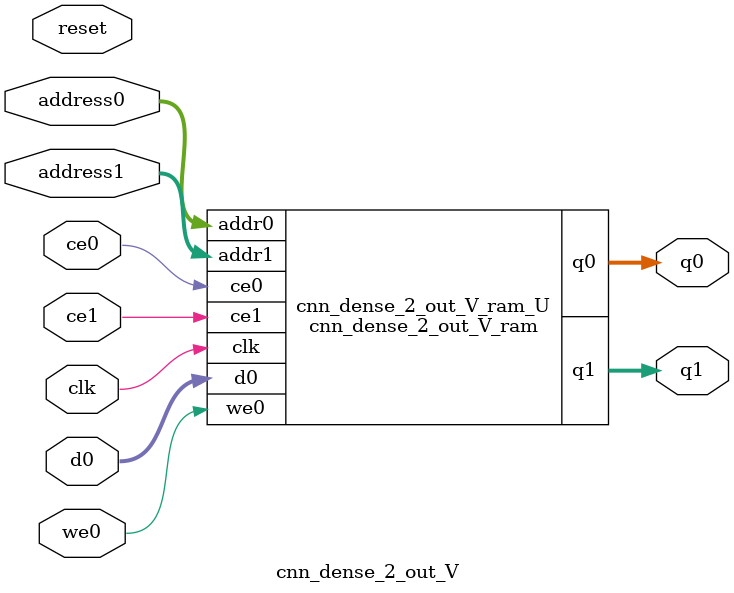
<source format=v>
`timescale 1 ns / 1 ps
module cnn_dense_2_out_V_ram (addr0, ce0, d0, we0, q0, addr1, ce1, q1,  clk);

parameter DWIDTH = 13;
parameter AWIDTH = 5;
parameter MEM_SIZE = 30;

input[AWIDTH-1:0] addr0;
input ce0;
input[DWIDTH-1:0] d0;
input we0;
output reg[DWIDTH-1:0] q0;
input[AWIDTH-1:0] addr1;
input ce1;
output reg[DWIDTH-1:0] q1;
input clk;

(* ram_style = "distributed" *)reg [DWIDTH-1:0] ram[0:MEM_SIZE-1];




always @(posedge clk)  
begin 
    if (ce0) 
    begin
        if (we0) 
        begin 
            ram[addr0] <= d0; 
        end 
        q0 <= ram[addr0];
    end
end


always @(posedge clk)  
begin 
    if (ce1) 
    begin
        q1 <= ram[addr1];
    end
end


endmodule

`timescale 1 ns / 1 ps
module cnn_dense_2_out_V(
    reset,
    clk,
    address0,
    ce0,
    we0,
    d0,
    q0,
    address1,
    ce1,
    q1);

parameter DataWidth = 32'd13;
parameter AddressRange = 32'd30;
parameter AddressWidth = 32'd5;
input reset;
input clk;
input[AddressWidth - 1:0] address0;
input ce0;
input we0;
input[DataWidth - 1:0] d0;
output[DataWidth - 1:0] q0;
input[AddressWidth - 1:0] address1;
input ce1;
output[DataWidth - 1:0] q1;



cnn_dense_2_out_V_ram cnn_dense_2_out_V_ram_U(
    .clk( clk ),
    .addr0( address0 ),
    .ce0( ce0 ),
    .we0( we0 ),
    .d0( d0 ),
    .q0( q0 ),
    .addr1( address1 ),
    .ce1( ce1 ),
    .q1( q1 ));

endmodule


</source>
